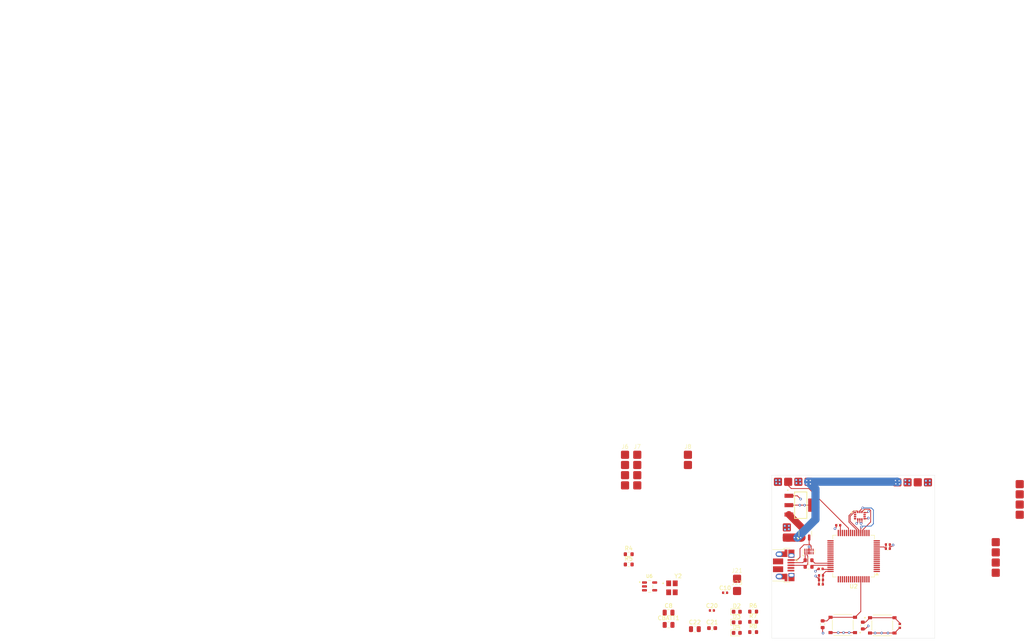
<source format=kicad_pcb>
(kicad_pcb (version 20241229) (generator "pcbnew") (generator_version "9.0")
  (layers (0 "F.Cu" signal) (4 "In1.Cu" signal) (6 "In2.Cu" signal) (2 "B.Cu" signal) (13 "F.Paste" user) (15 "B.Paste" user) (5 "F.SilkS" user "F.Silkscreen") (7 "B.SilkS" user "B.Silkscreen") (1 "F.Mask" user) (3 "B.Mask" user) (25 "Edge.Cuts" user))
  (net 0 "")
  (net 1 "GND")
  (net 2 "/IMU1/3V3")
  (net 3 "Net-(U2-VCAP_2)")
  (net 4 "Net-(U2-VCAP_1)")
  (net 5 "Net-(STM3V3-IN)")
  (net 6 "/STM32/BATT")
  (net 7 "Net-(D2-A)")
  (net 8 "Net-(D3-A)")
  (net 9 "/STM32/USB_N")
  (net 10 "/STM32/USB_P")
  (net 12 "/STM32/S1")
  (net 13 "/STM32/S2")
  (net 14 "/STM32/S3")
  (net 15 "/STM32/S4")
  (net 16 "/STM32/BOOT")
  (net 17 "Net-(U2-PA12)")
  (net 18 "Net-(U2-PA11)")
  (net 19 "Net-(U2-PC5)")
  (net 20 "/LEDs/LED1")
  (net 21 "/LEDs/LED2")
  (net 22 "/STM32/INT1")
  (net 25 "/STM32/RESET")
  (net 29 "/STM32/SWDIO")
  (net 30 "/STM32/INT2")
  (net 32 "/STM32/SWCLK")
  (net 33 "Net-(U2-PH0)")
  (net 37 "/STM32/AP_CS")
  (net 39 "/STM32/USART1_RX")
  (net 43 "/STM32/AP_SCLK")
  (net 44 "Net-(U2-PH1)")
  (net 49 "/STM32/AP_SDO")
  (net 50 "/STM32/USART1_TX")
  (net 55 "/STM32/TX_SBUS")
  (net 63 "/STM32/5V_USB1")
  (net 64 "/STM32/AP_SDI")
  (net 65 "/STM32/RX_ESP32_IN")
  (net 66 "/STM32/RX_SBUS")
  (net 71 "/STM32/RX_4")
  (net 72 "Net-(D4-A)")
  (footprint "Customs:4_SolderPad_2mm" (layer "F.Cu") (at 89.22 49.97)
    (property "Reference" "J6" (at 0 -6 0) (layer "F.SilkS") (effects (font (thickness 0.1))))
    (property "Value" "ST-LINK")
    (pad "1" smd roundrect (at 0 3.5) (size 2 2) (layers "F.Cu" "F.Mask" "F.Paste") (roundrect_rratio 0.15) (net 29 "/STM32/SWDIO"))
    (pad "2" smd roundrect (at 0 1) (size 2 2) (layers "F.Cu" "F.Mask" "F.Paste") (roundrect_rratio 0.15) (net 32 "/STM32/SWCLK"))
    (pad "3" smd roundrect (at 0 -1.5) (size 2 2) (layers "F.Cu" "F.Mask" "F.Paste") (roundrect_rratio 0.15) (net 2 "/IMU1/3V3"))
    (pad "4" smd roundrect (at 0 -4) (size 2 2) (layers "F.Cu" "F.Mask" "F.Paste") (roundrect_rratio 0.15) (net 1 "GND"))
  )
  (footprint "Customs:4_SolderPad_2mm" (layer "F.Cu") (at 130.725 52.6 90)
    (property "Reference" "J4" (hide yes))
    (property "Value" "S3")
    (pad "1" smd roundrect (at 0 3.5 90) (size 2 2) (layers "F.Cu" "F.Mask" "F.Paste") (roundrect_rratio 0.15) (net 6 "/STM32/BATT"))
    (pad "2" smd roundrect (at 0 1 90) (size 2 2) (layers "F.Cu" "F.Mask" "F.Paste") (roundrect_rratio 0.15) (net 1 "GND"))
    (pad "3" smd roundrect (at 0 -1.5 90) (size 2 2) (layers "F.Cu" "F.Mask" "F.Paste") (roundrect_rratio 0.15) (net 14 "/STM32/S3"))
    (pad "4" smd roundrect (at 0 -4 90) (size 2 2) (layers "F.Cu" "F.Mask" "F.Paste") (roundrect_rratio 0.15) (net 1 "GND"))
  )
  (footprint "Connector_USB:USB_Micro-B_Amphenol_10103594-0001LF_Horizontal" (layer "F.Cu") (at 128.135 73.1 -90)
    (property "Reference" "J1" (hide yes))
    (property "Value" "C136001" (hide yes))
    (pad "1" smd rect (at -1.325 -1.765) (size 1.65 0.4) (layers "F.Cu" "F.Mask" "F.Paste") (net 63 "/STM32/5V_USB1"))
    (pad "2" smd rect (at -0.675 -1.765) (size 1.65 0.4) (layers "F.Cu" "F.Mask" "F.Paste") (net 9 "/STM32/USB_N"))
    (pad "3" smd rect (at -0.025 -1.765) (size 1.65 0.4) (layers "F.Cu" "F.Mask" "F.Paste") (net 10 "/STM32/USB_P"))
    (pad "4" smd rect (at 0.625 -1.765) (size 1.65 0.4) (layers "F.Cu" "F.Mask" "F.Paste"))
    (pad "5" smd rect (at 1.275 -1.765) (size 1.65 0.4) (layers "F.Cu" "F.Mask" "F.Paste") (net 1 "GND"))
    (pad "6" smd rect (at -2.975 -0.565 270) (size 1.825 0.7) (layers "F.Cu" "F.Mask" "F.Paste") (net 1 "GND"))
    (pad "6" smd rect (at -2.875 -1.865 270) (size 2 1.5) (layers "F.Cu" "F.Mask" "F.Paste") (net 1 "GND"))
    (pad "6" smd rect (at -2.755 0.185 270) (size 1.35 2) (layers "F.Cu" "F.Mask" "F.Paste") (net 1 "GND"))
    (pad "6" thru_hole oval (at -2.755 1.115) (size 1.7 1.35) (drill oval 1.2 0.7) (property pad_prop_heatsink) (layers "*.Cu" "*.Mask") (net 1 "GND"))
    (pad "6" thru_hole oval (at -2.445 -1.885) (size 1.5 1.1) (drill oval 1.05 0.65) (property pad_prop_heatsink) (layers "*.Cu" "*.Mask") (net 1 "GND"))
    (pad "6" smd rect (at -0.985 1.385) (size 2.5 1.43) (layers "F.Cu" "F.Mask" "F.Paste") (net 1 "GND"))
    (pad "6" smd rect (at 0.935 1.385) (size 2.5 1.43) (layers "F.Cu" "F.Mask" "F.Paste") (net 1 "GND"))
    (pad "6" thru_hole oval (at 2.395 -1.885) (size 1.5 1.1) (drill oval 1.05 0.65) (property pad_prop_heatsink) (layers "*.Cu" "*.Mask") (net 1 "GND"))
    (pad "6" thru_hole oval (at 2.705 1.115) (size 1.7 1.35) (drill oval 1.2 0.7) (property pad_prop_heatsink) (layers "*.Cu" "*.Mask") (net 1 "GND"))
    (pad "6" smd rect (at 2.725 0.185 270) (size 1.35 2) (layers "F.Cu" "F.Mask" "F.Paste") (net 1 "GND"))
    (pad "6" smd rect (at 2.875 -1.885 270) (size 2 1.5) (layers "F.Cu" "F.Mask" "F.Paste") (net 1 "GND"))
    (pad "6" smd rect (at 2.975 -0.565 270) (size 1.825 0.7) (layers "F.Cu" "F.Mask" "F.Paste") (net 1 "GND"))
  )
  (footprint "LED_SMD:LED_0603_1608Metric" (layer "F.Cu") (at 116.625 89.645)
    (property "Reference" "D4" (at 0 -1.43 0) (layer "F.SilkS"))
    (property "Value" "C2286")
    (pad "1" smd roundrect (at -0.7875 0) (size 0.875 0.95) (layers "F.Cu" "F.Mask" "F.Paste") (net 1 "GND"))
    (pad "2" smd roundrect (at 0.7875 0) (size 0.875 0.95) (layers "F.Cu" "F.Mask" "F.Paste") (net 72 "Net-(D4-A)"))
  )
  (footprint "Capacitor_SMD:C_0402_1005Metric" (layer "F.Cu") (at 113.755 79.795)
    (property "Reference" "C10" (at 0 -1.16 0) (layer "F.SilkS"))
    (property "Value" "C49062")
    (pad "1" smd roundrect (at -0.48 0) (size 0.56 0.62) (layers "F.Cu" "F.Mask" "F.Paste") (net 1 "GND"))
    (pad "2" smd roundrect (at 0.48 0) (size 0.56 0.62) (layers "F.Cu" "F.Mask" "F.Paste") (net 2 "/IMU1/3V3"))
  )
  (footprint "Capacitor_SMD:C_0402_1005Metric" (layer "F.Cu") (at 141.495 63.25 180)
    (property "Reference" "C7" (hide yes))
    (property "Value" "C49062" (hide yes))
    (pad "1" smd roundrect (at -0.48 0 180) (size 0.56 0.62) (layers "F.Cu" "F.Mask" "F.Paste") (net 4 "Net-(U2-VCAP_1)"))
    (pad "2" smd roundrect (at 0.48 0 180) (size 0.56 0.62) (layers "F.Cu" "F.Mask" "F.Paste") (net 1 "GND"))
  )
  (footprint "Customs:4_SolderPad_2mm" (layer "F.Cu") (at 186 57.175)
    (property "Reference" "J2" (hide yes))
    (property "Value" "S1")
    (pad "1" smd roundrect (at 0 3.5) (size 2 2) (layers "F.Cu" "F.Mask" "F.Paste") (roundrect_rratio 0.15) (net 6 "/STM32/BATT"))
    (pad "2" smd roundrect (at 0 1) (size 2 2) (layers "F.Cu" "F.Mask" "F.Paste") (roundrect_rratio 0.15) (net 1 "GND"))
    (pad "3" smd roundrect (at 0 -1.5) (size 2 2) (layers "F.Cu" "F.Mask" "F.Paste") (roundrect_rratio 0.15) (net 12 "/STM32/S1"))
    (pad "4" smd roundrect (at 0 -4) (size 2 2) (layers "F.Cu" "F.Mask" "F.Paste") (roundrect_rratio 0.15) (net 1 "GND"))
  )
  (footprint "Capacitor_SMD:C_0805_2012Metric" (layer "F.Cu") (at 106.345 88.725)
    (property "Reference" "C22" (at 0 -1.68 0) (layer "F.SilkS"))
    (property "Value" "C1710")
    (pad "1" smd roundrect (at -0.95 0) (size 1 1.45) (layers "F.Cu" "F.Mask" "F.Paste") (net 2 "/IMU1/3V3"))
    (pad "2" smd roundrect (at 0.95 0) (size 1 1.45) (layers "F.Cu" "F.Mask" "F.Paste") (net 1 "GND"))
  )
  (footprint "Capacitor_SMD:C_0402_1005Metric" (layer "F.Cu") (at 137.195 73.95 180)
    (property "Reference" "C6" (hide yes))
    (property "Value" "C49062" (hide yes))
    (pad "1" smd roundrect (at -0.48 0 180) (size 0.56 0.62) (layers "F.Cu" "F.Mask" "F.Paste") (net 3 "Net-(U2-VCAP_2)"))
    (pad "2" smd roundrect (at 0.48 0 180) (size 0.56 0.62) (layers "F.Cu" "F.Mask" "F.Paste") (net 1 "GND"))
  )
  (footprint "Capacitor_SMD:C_0402_1005Metric" (layer "F.Cu") (at 137.25 77.75 180)
    (property "Reference" "C4" (hide yes))
    (property "Value" "C49062" (hide yes))
    (pad "1" smd roundrect (at -0.48 0 180) (size 0.56 0.62) (layers "F.Cu" "F.Mask" "F.Paste") (net 2 "/IMU1/3V3"))
    (pad "2" smd roundrect (at 0.48 0 180) (size 0.56 0.62) (layers "F.Cu" "F.Mask" "F.Paste") (net 1 "GND"))
  )
  (footprint "Capacitor_SMD:C_0402_1005Metric" (layer "F.Cu") (at 153.67 69)
    (property "Reference" "C5" (hide yes))
    (property "Value" "C49062" (hide yes))
    (pad "1" smd roundrect (at -0.48 0) (size 0.56 0.62) (layers "F.Cu" "F.Mask" "F.Paste") (net 2 "/IMU1/3V3"))
    (pad "2" smd roundrect (at 0.48 0) (size 0.56 0.62) (layers "F.Cu" "F.Mask" "F.Paste") (net 1 "GND"))
  )
  (footprint "Capacitor_SMD:C_0805_2012Metric" (layer "F.Cu") (at 99.895 87.685)
    (property "Reference" "CBATT1" (at 0 -1.68 0) (layer "F.SilkS"))
    (property "Value" "C1713")
    (pad "1" smd roundrect (at -0.95 0) (size 1 1.45) (layers "F.Cu" "F.Mask" "F.Paste") (net 5 "Net-(STM3V3-IN)"))
    (pad "2" smd roundrect (at 0.95 0) (size 1 1.45) (layers "F.Cu" "F.Mask" "F.Paste") (net 1 "GND"))
  )
  (footprint "Capacitor_SMD:C_0402_1005Metric" (layer "F.Cu") (at 110.525 84.155)
    (property "Reference" "C20" (at 0 -1.16 0) (layer "F.SilkS"))
    (property "Value" "C49062")
    (pad "1" smd roundrect (at -0.48 0) (size 0.56 0.62) (layers "F.Cu" "F.Mask" "F.Paste") (net 1 "GND"))
    (pad "2" smd roundrect (at 0.48 0) (size 0.56 0.62) (layers "F.Cu" "F.Mask" "F.Paste") (net 2 "/IMU1/3V3"))
  )
  (footprint "Customs:4_SolderPad_2mm" (layer "F.Cu") (at 180.125 71.4)
    (property "Reference" "J5" (hide yes))
    (property "Value" "S4")
    (pad "1" smd roundrect (at 0 3.5) (size 2 2) (layers "F.Cu" "F.Mask" "F.Paste") (roundrect_rratio 0.15) (net 6 "/STM32/BATT"))
    (pad "2" smd roundrect (at 0 1) (size 2 2) (layers "F.Cu" "F.Mask" "F.Paste") (roundrect_rratio 0.15) (net 1 "GND"))
    (pad "3" smd roundrect (at 0 -1.5) (size 2 2) (layers "F.Cu" "F.Mask" "F.Paste") (roundrect_rratio 0.15) (net 15 "/STM32/S4"))
    (pad "4" smd roundrect (at 0 -4) (size 2 2) (layers "F.Cu" "F.Mask" "F.Paste") (roundrect_rratio 0.15) (net 1 "GND"))
  )
  (footprint "Resistor_SMD:R_0603_1608Metric" (layer "F.Cu") (at 90.125 72.865)
    (property "Reference" "R5" (at 0 -1.43 0) (layer "F.SilkS"))
    (property "Value" "C15401")
    (pad "1" smd roundrect (at -0.825 0) (size 0.8 0.95) (layers "F.Cu" "F.Mask" "F.Paste") (net 63 "/STM32/5V_USB1"))
    (pad "2" smd roundrect (at 0.825 0) (size 0.8 0.95) (layers "F.Cu" "F.Mask" "F.Paste") (net 19 "Net-(U2-PC5)"))
  )
  (footprint "Resistor_SMD:R_0603_1608Metric" (layer "F.Cu") (at 134.22 71.83 180)
    (property "Reference" "R3" (hide yes))
    (property "Value" "C1203" (hide yes))
    (pad "1" smd roundrect (at -0.825 0 180) (size 0.8 0.95) (layers "F.Cu" "F.Mask" "F.Paste") (net 18 "Net-(U2-PA11)"))
    (pad "2" smd roundrect (at 0.825 0 180) (size 0.8 0.95) (layers "F.Cu" "F.Mask" "F.Paste") (net 9 "/STM32/USB_N"))
  )
  (footprint "Customs:SOT230P700X180-4N" (layer "F.Cu") (at 132.3 58.325)
    (property "Reference" "STM3V3" (hide yes))
    (property "Value" "C26537" (hide yes))
    (pad "1" smd rect (at -2.9 -2.3) (size 2.15 1) (layers "F.Cu" "F.Mask" "F.Paste") (net 1 "GND"))
    (pad "2" smd rect (at -2.9 0) (size 2.15 1) (layers "F.Cu" "F.Mask" "F.Paste") (net 2 "/IMU1/3V3"))
    (pad "3" smd rect (at -2.9 2.3) (size 2.15 1) (layers "F.Cu" "F.Mask" "F.Paste") (net 5 "Net-(STM3V3-IN)"))
    (pad "4" smd rect (at 2.9 0) (size 2.15 3.25) (layers "F.Cu" "F.Mask" "F.Paste") (net 2 "/IMU1/3V3"))
  )
  (footprint "Capacitor_SMD:C_0603_1608Metric" (layer "F.Cu") (at 110.575 88.475)
    (property "Reference" "C21" (at 0 -1.43 0) (layer "F.SilkS"))
    (property "Value" "C1531")
    (pad "1" smd roundrect (at -0.775 0) (size 0.9 0.95) (layers "F.Cu" "F.Mask" "F.Paste") (net 1 "GND"))
    (pad "2" smd roundrect (at 0.775 0) (size 0.9 0.95) (layers "F.Cu" "F.Mask" "F.Paste") (net 2 "/IMU1/3V3"))
  )
  (footprint "Resistor_SMD:R_0603_1608Metric" (layer "F.Cu") (at 120.635 86.935)
    (property "Reference" "R7" (at 0 -1.43 0) (layer "F.SilkS"))
    (property "Value" "C14676")
    (pad "1" smd roundrect (at -0.825 0) (size 0.8 0.95) (layers "F.Cu" "F.Mask" "F.Paste") (net 8 "Net-(D3-A)"))
    (pad "2" smd roundrect (at 0.825 0) (size 0.8 0.95) (layers "F.Cu" "F.Mask" "F.Paste") (net 21 "/LEDs/LED2"))
  )
  (footprint "LED_SMD:LED_0603_1608Metric" (layer "F.Cu") (at 116.625 84.465)
    (property "Reference" "D2" (at 0 -1.43 0) (layer "F.SilkS"))
    (property "Value" "C2286")
    (pad "1" smd roundrect (at -0.7875 0) (size 0.875 0.95) (layers "F.Cu" "F.Mask" "F.Paste") (net 1 "GND"))
    (pad "2" smd roundrect (at 0.7875 0) (size 0.875 0.95) (layers "F.Cu" "F.Mask" "F.Paste") (net 7 "Net-(D2-A)"))
  )
  (footprint "Customs:SW_TS-1187A-B-A-B" (layer "F.Cu") (at 142.6125 87.7 180)
    (property "Reference" "S2" (hide yes))
    (property "Value" "C318884" (hide yes))
    (pad "A" smd rect (at -3 -1.875 180) (size 1 0.75) (layers "F.Cu" "F.Mask" "F.Paste") (net 2 "/IMU1/3V3"))
    (pad "B" smd rect (at 3 -1.875 180) (size 1 0.75) (layers "F.Cu" "F.Mask" "F.Paste") (net 2 "/IMU1/3V3"))
    (pad "C" smd rect (at -3 1.875 180) (size 1 0.75) (layers "F.Cu" "F.Mask" "F.Paste") (net 16 "/STM32/BOOT"))
    (pad "D" smd rect (at 3 1.875 180) (size 1 0.75) (layers "F.Cu" "F.Mask" "F.Paste") (net 16 "/STM32/BOOT"))
  )
  (footprint "Customs:2_SolderPad_2mm" (layer "F.Cu") (at 128.9 65.275)
    (property "Reference" "J18" (hide yes))
    (property "Value" "BATTERYSTM" (hide yes))
    (pad "1" smd roundrect (at 0 1) (size 2 2) (layers "F.Cu" "F.Mask" "F.Paste") (roundrect_rratio 0.15) (net 6 "/STM32/BATT"))
    (pad "2" smd roundrect (at 0 -1.5) (size 2 2) (layers "F.Cu" "F.Mask" "F.Paste") (roundrect_rratio 0.15) (net 1 "GND"))
  )
  (footprint "Customs:SolderPad_2mm" (layer "F.Cu") (at 116.69 79.37)
    (property "Reference" "J23" (at 0 -2 0) (layer "F.SilkS") (effects (font (thickness 0.1))))
    (property "Value" "SBUS_IN")
    (pad "1" smd roundrect (at 0 0) (size 2 2) (layers "F.Cu" "F.Mask" "F.Paste") (roundrect_rratio 0.15) (net 65 "/STM32/RX_ESP32_IN"))
  )
  (footprint "Capacitor_SMD:C_0402_1005Metric" (layer "F.Cu") (at 137.275 75.55 180)
    (property "Reference" "C2" (hide yes))
    (property "Value" "C49062" (hide yes))
    (pad "1" smd roundrect (at -0.48 0 180) (size 0.56 0.62) (layers "F.Cu" "F.Mask" "F.Paste") (net 2 "/IMU1/3V3"))
    (pad "2" smd roundrect (at 0.48 0 180) (size 0.56 0.62) (layers "F.Cu" "F.Mask" "F.Paste") (net 1 "GND"))
  )
  (footprint "Resistor_SMD:R_0603_1608Metric" (layer "F.Cu") (at 134.225 73.45 180)
    (property "Reference" "R2" (hide yes))
    (property "Value" "C1203" (hide yes))
    (pad "1" smd roundrect (at -0.825 0 180) (size 0.8 0.95) (layers "F.Cu" "F.Mask" "F.Paste") (net 17 "Net-(U2-PA12)"))
    (pad "2" smd roundrect (at 0.825 0 180) (size 0.8 0.95) (layers "F.Cu" "F.Mask" "F.Paste") (net 10 "/STM32/USB_P"))
  )
  (footprint "Customs:SOT95P280X145-5N" (layer "F.Cu") (at 95.24 78.245)
    (property "Reference" "U6" (at -0.06 -2.508 0) (layer "F.SilkS") (effects (font (size 0.8 0.8))))
    (property "Value" "C7827")
    (pad "1" smd roundrect (at -1.255 -0.95) (size 1.21 0.59) (layers "F.Cu" "F.Mask" "F.Paste") (net 1 "GND"))
    (pad "2" smd roundrect (at -1.255 0) (size 1.21 0.59) (layers "F.Cu" "F.Mask" "F.Paste") (net 65 "/STM32/RX_ESP32_IN"))
    (pad "3" smd roundrect (at -1.255 0.95) (size 1.21 0.59) (layers "F.Cu" "F.Mask" "F.Paste") (net 1 "GND"))
    (pad "4" smd roundrect (at 1.255 0.95) (size 1.21 0.59) (layers "F.Cu" "F.Mask" "F.Paste") (net 71 "/STM32/RX_4"))
    (pad "5" smd roundrect (at 1.255 -0.95) (size 1.21 0.59) (layers "F.Cu" "F.Mask" "F.Paste") (net 2 "/IMU1/3V3"))
  )
  (footprint "LED_SMD:LED_0603_1608Metric" (layer "F.Cu") (at 116.625 87.055)
    (property "Reference" "D3" (at 0 -1.43 0) (layer "F.SilkS"))
    (property "Value" "C2290")
    (pad "1" smd roundrect (at -0.7875 0) (size 0.875 0.95) (layers "F.Cu" "F.Mask" "F.Paste") (net 1 "GND"))
    (pad "2" smd roundrect (at 0.7875 0) (size 0.875 0.95) (layers "F.Cu" "F.Mask" "F.Paste") (net 8 "Net-(D3-A)"))
  )
  (footprint "Customs:2_SolderPad_2mm" (layer "F.Cu") (at 104.64 47.47)
    (property "Reference" "J8" (at 0 -3.5 0) (layer "F.SilkS") (effects (font (thickness 0.1))))
    (property "Value" "SBUS")
    (pad "1" smd roundrect (at 0 1) (size 2 2) (layers "F.Cu" "F.Mask" "F.Paste") (roundrect_rratio 0.15) (net 66 "/STM32/RX_SBUS"))
    (pad "2" smd roundrect (at 0 -1.5) (size 2 2) (layers "F.Cu" "F.Mask" "F.Paste") (roundrect_rratio 0.15) (net 55 "/STM32/TX_SBUS"))
  )
  (footprint "Customs:XTAL_ABM8AIG-8.000MHZ-1Z-T" (layer "F.Cu") (at 100.72 78.595)
    (property "Reference" "Y2" (at 1.525 -2.885 0) (layer "F.SilkS"))
    (property "Value" "C5140594")
    (pad "1" smd rect (at -0.8 -1.1) (size 1.2 1.4) (layers "F.Cu" "F.Mask" "F.Paste") (net 44 "Net-(U2-PH1)"))
    (pad "2" smd rect (at -0.8 1.1) (size 1.2 1.4) (layers "F.Cu" "F.Mask" "F.Paste") (net 1 "GND"))
    (pad "3" smd rect (at 0.8 1.1) (size 1.2 1.4) (layers "F.Cu" "F.Mask" "F.Paste") (net 33 "Net-(U2-PH0)"))
    (pad "4" smd rect (at 0.8 -1.1) (size 1.2 1.4) (layers "F.Cu" "F.Mask" "F.Paste") (net 1 "GND"))
  )
  (footprint "Capacitor_SMD:C_0402_1005Metric" (layer "F.Cu") (at 156.6 87.93 90)
    (property "Reference" "C9" (hide yes))
    (property "Value" "100n" (hide yes))
    (pad "1" smd roundrect (at -0.48 0 90) (size 0.56 0.62) (layers "F.Cu" "F.Mask" "F.Paste") (net 1 "GND"))
    (pad "2" smd roundrect (at 0.48 0 90) (size 0.56 0.62) (layers "F.Cu" "F.Mask" "F.Paste") (net 25 "/STM32/RESET"))
  )
  (footprint "Resistor_SMD:R_0603_1608Metric" (layer "F.Cu") (at 137.675 87.525 -90)
    (property "Reference" "R1" (hide yes))
    (property "Value" "C15401" (hide yes))
    (pad "1" smd roundrect (at -0.825 0 270) (size 0.8 0.95) (layers "F.Cu" "F.Mask" "F.Paste") (net 16 "/STM32/BOOT"))
    (pad "2" smd roundrect (at 0.825 0 270) (size 0.8 0.95) (layers "F.Cu" "F.Mask" "F.Paste") (net 1 "GND"))
  )
  (footprint "Customs:SolderPad_2mm" (layer "F.Cu") (at 116.69 76.37)
    (property "Reference" "J21" (at 0 -2 0) (layer "F.SilkS") (effects (font (thickness 0.1))))
    (property "Value" "STM32GROUND")
    (pad "1" smd roundrect (at 0 0) (size 2 2) (layers "F.Cu" "F.Mask" "F.Paste") (roundrect_rratio 0.15) (net 1 "GND"))
  )
  (footprint "Resistor_SMD:R_0603_1608Metric" (layer "F.Cu") (at 120.635 89.445)
    (property "Reference" "R8" (at 0 -1.43 0) (layer "F.SilkS"))
    (property "Value" "C14676")
    (pad "1" smd roundrect (at -0.825 0) (size 0.8 0.95) (layers "F.Cu" "F.Mask" "F.Paste") (net 72 "Net-(D4-A)"))
    (pad "2" smd roundrect (at 0.825 0) (size 0.8 0.95) (layers "F.Cu" "F.Mask" "F.Paste") (net 2 "/IMU1/3V3"))
  )
  (footprint "Capacitor_SMD:C_0805_2012Metric" (layer "F.Cu") (at 99.895 84.675)
    (property "Reference" "C8" (at 0 -1.68 0) (layer "F.SilkS"))
    (property "Value" "C1713")
    (pad "1" smd roundrect (at -0.95 0) (size 1 1.45) (layers "F.Cu" "F.Mask" "F.Paste") (net 2 "/IMU1/3V3"))
    (pad "2" smd roundrect (at 0.95 0) (size 1 1.45) (layers "F.Cu" "F.Mask" "F.Paste") (net 1 "GND"))
  )
  (footprint "Resistor_SMD:R_0603_1608Metric" (layer "F.Cu") (at 147.525 87.85 -90)
    (property "Reference" "R9" (hide yes))
    (property "Value" "10k" (hide yes))
    (pad "1" smd roundrect (at -0.825 0 270) (size 0.8 0.95) (layers "F.Cu" "F.Mask" "F.Paste") (net 25 "/STM32/RESET"))
    (pad "2" smd roundrect (at 0.825 0 270) (size 0.8 0.95) (layers "F.Cu" "F.Mask" "F.Paste") (net 2 "/IMU1/3V3"))
  )
  (footprint "Customs:4_SolderPad_2mm" (layer "F.Cu") (at 92.22 49.97)
    (property "Reference" "J7" (at 0 -6 0) (layer "F.SilkS") (effects (font (thickness 0.1))))
    (property "Value" "UART-FLASH")
    (pad "1" smd roundrect (at 0 3.5) (size 2 2) (layers "F.Cu" "F.Mask" "F.Paste") (roundrect_rratio 0.15) (net 39 "/STM32/USART1_RX"))
    (pad "2" smd roundrect (at 0 1) (size 2 2) (layers "F.Cu" "F.Mask" "F.Paste") (roundrect_rratio 0.15) (net 50 "/STM32/USART1_TX"))
    (pad "3" smd roundrect (at 0 -1.5) (size 2 2) (layers "F.Cu" "F.Mask" "F.Paste") (roundrect_rratio 0.15) (net 2 "/IMU1/3V3"))
    (pad "4" smd roundrect (at 0 -4) (size 2 2) (layers "F.Cu" "F.Mask" "F.Paste") (roundrect_rratio 0.15) (net 1 "GND"))
  )
  (footprint "Capacitor_SMD:C_0402_1005Metric" (layer "F.Cu") (at 137.275 76.65 180)
    (property "Reference" "C1" (hide yes))
    (property "Value" "C49062" (hide yes))
    (pad "1" smd roundrect (at -0.48 0 180) (size 0.56 0.62) (layers "F.Cu" "F.Mask" "F.Paste") (net 2 "/IMU1/3V3"))
    (pad "2" smd roundrect (at 0.48 0 180) (size 0.56 0.62) (layers "F.Cu" "F.Mask" "F.Paste") (net 1 "GND"))
  )
  (footprint "Package_DFN_QFN:Diodes_UDFN-10_1.0x2.5mm_P0.5mm" (layer "F.Cu") (at 134.325 69.6875 90)
    (property "Reference" "U1" (hide yes))
    (property "Value" "D3V3XA4B10LP" (hide yes))
    (pad "1" smd rect (at -0.3875 -1) (size 0.25 0.625) (layers "F.Cu" "F.Mask" "F.Paste") (net 9 "/STM32/USB_N"))
    (pad "2" smd rect (at -0.3875 -0.5) (size 0.25 0.625) (layers "F.Cu" "F.Mask" "F.Paste") (net 10 "/STM32/USB_P"))
    (pad "3" smd rect (at -0.35 0) (size 0.45 0.7) (layers "F.Cu" "F.Mask" "F.Paste") (net 1 "GND"))
    (pad "4" smd rect (at -0.3875 0.5) (size 0.25 0.625) (layers "F.Cu" "F.Mask" "F.Paste") (net 63 "/STM32/5V_USB1"))
    (pad "5" smd rect (at -0.3875 1) (size 0.25 0.625) (layers "F.Cu" "F.Mask" "F.Paste"))
    (pad "6" smd rect (at 0.3875 1) (size 0.25 0.625) (layers "F.Cu" "F.Mask" "F.Paste"))
    (pad "7" smd rect (at 0.3875 0.5) (size 0.25 0.625) (layers "F.Cu" "F.Mask" "F.Paste") (net 63 "/STM32/5V_USB1"))
    (pad "8" smd rect (at 0.4125 0) (size 0.45 0.575) (layers "F.Cu" "F.Mask" "F.Paste") (net 1 "GND"))
    (pad "9" smd rect (at 0.3875 -0.5) (size 0.25 0.625) (layers "F.Cu" "F.Mask" "F.Paste") (net 10 "/STM32/USB_P"))
    (pad "10" smd rect (at 0.3875 -1) (size 0.25 0.625) (layers "F.Cu" "F.Mask" "F.Paste") (net 9 "/STM32/USB_N"))
  )
  (footprint "Resistor_SMD:R_0603_1608Metric" (layer "F.Cu") (at 120.635 84.425)
    (property "Reference" "R6" (at 0 -1.43 0) (layer "F.SilkS"))
    (property "Value" "C14676")
    (pad "1" smd roundrect (at -0.825 0) (size 0.8 0.95) (layers "F.Cu" "F.Mask" "F.Paste") (net 7 "Net-(D2-A)"))
    (pad "2" smd roundrect (at 0.825 0) (size 0.8 0.95) (layers "F.Cu" "F.Mask" "F.Paste") (net 20 "/LEDs/LED1"))
  )
  (footprint "Resistor_SMD:R_0603_1608Metric" (layer "F.Cu") (at 90.125 70.355)
    (property "Reference" "R4" (at 0 -1.43 0) (layer "F.SilkS"))
    (property "Value" "C15401")
    (pad "1" smd roundrect (at -0.825 0) (size 0.8 0.95) (layers "F.Cu" "F.Mask" "F.Paste") (net 19 "Net-(U2-PC5)"))
    (pad "2" smd roundrect (at 0.825 0) (size 0.8 0.95) (layers "F.Cu" "F.Mask" "F.Paste") (net 1 "GND"))
  )
  (footprint "Package_QFP:LQFP-64_10x10mm_P0.5mm" (layer "F.Cu") (at 145.275 70.825 180)
    (property "Reference" "U2" (at 0 -7.4 0) (layer "F.SilkS"))
    (property "Value" "C15742" (hide yes))
    (pad "1" smd roundrect (at -5.675 -3.75 180) (size 1.55 0.3) (layers "F.Cu" "F.Mask" "F.Paste") (net 2 "/IMU1/3V3"))
    (pad "2" smd roundrect (at -5.675 -3.25 180) (size 1.55 0.3) (layers "F.Cu" "F.Mask" "F.Paste"))
    (pad "3" smd roundrect (at -5.675 -2.75 180) (size 1.55 0.3) (layers "F.Cu" "F.Mask" "F.Paste"))
    (pad "4" smd roundrect (at -5.675 -2.25 180) (size 1.55 0.3) (layers "F.Cu" "F.Mask" "F.Paste"))
    (pad "5" smd roundrect (at -5.675 -1.75 180) (size 1.55 0.3) (layers "F.Cu" "F.Mask" "F.Paste") (net 33 "Net-(U2-PH0)"))
    (pad "6" smd roundrect (at -5.675 -1.25 180) (size 1.55 0.3) (layers "F.Cu" "F.Mask" "F.Paste") (net 44 "Net-(U2-PH1)"))
    (pad "7" smd roundrect (at -5.675 -0.75 180) (size 1.55 0.3) (layers "F.Cu" "F.Mask" "F.Paste") (net 25 "/STM32/RESET"))
    (pad "8" smd roundrect (at -5.675 -0.25 180) (size 1.55 0.3) (layers "F.Cu" "F.Mask" "F.Paste"))
    (pad "9" smd roundrect (at -5.675 0.25 180) (size 1.55 0.3) (layers "F.Cu" "F.Mask" "F.Paste"))
    (pad "10" smd roundrect (at -5.675 0.75 180) (size 1.55 0.3) (layers "F.Cu" "F.Mask" "F.Paste"))
    (pad "11" smd roundrect (at -5.675 1.25 180) (size 1.55 0.3) (layers "F.Cu" "F.Mask" "F.Paste"))
    (pad "12" smd roundrect (at -5.675 1.75 180) (size 1.55 0.3) (layers "F.Cu" "F.Mask" "F.Paste") (net 1 "GND"))
    (pad "13" smd roundrect (at -5.675 2.25 180) (size 1.55 0.3) (layers "F.Cu" "F.Mask" "F.Paste") (net 2 "/IMU1/3V3"))
    (pad "14" smd roundrect (at -5.675 2.75 180) (size 1.55 0.3) (layers "F.Cu" "F.Mask" "F.Paste"))
    (pad "15" smd roundrect (at -5.675 3.25 180) (size 1.55 0.3) (layers "F.Cu" "F.Mask" "F.Paste") (net 71 "/STM32/RX_4"))
    (pad "16" smd roundrect (at -5.675 3.75 180) (size 1.55 0.3) (layers "F.Cu" "F.Mask" "F.Paste") (net 15 "/STM32/S4"))
    (pad "17" smd roundrect (at -3.75 5.675 180) (size 0.3 1.55) (layers "F.Cu" "F.Mask" "F.Paste") (net 12 "/STM32/S1"))
    (pad "18" smd roundrect (at -3.25 5.675 180) (size 0.3 1.55) (layers "F.Cu" "F.Mask" "F.Paste") (net 1 "GND"))
    (pad "19" smd roundrect (at -2.75 5.675 180) (size 0.3 1.55) (layers "F.Cu" "F.Mask" "F.Paste") (net 2 "/IMU1/3V3"))
    (pad "20" smd roundrect (at -2.25 5.675 180) (size 0.3 1.55) (layers "F.Cu" "F.Mask" "F.Paste") (net 37 "/STM32/AP_CS"))
    (pad "21" smd roundrect (at -1.75 5.675 180) (size 0.3 1.55) (layers "F.Cu" "F.Mask" "F.Paste") (net 43 "/STM32/AP_SCLK"))
    (pad "22" smd roundrect (at -1.25 5.675 180) (size 0.3 1.55) (layers "F.Cu" "F.Mask" "F.Paste") (net 49 "/STM32/AP_SDO"))
    (pad "23" smd roundrect (at -0.75 5.675 180) (size 0.3 1.55) (layers "F.Cu" "F.Mask" "F.Paste") (net 64 "/STM32/AP_SDI"))
    (pad "24" smd roundrect (at -0.25 5.675 180) (size 0.3 1.55) (layers "F.Cu" "F.Mask" "F.Paste") (net 22 "/STM32/INT1"))
    (pad "25" smd roundrect (at 0.25 5.675 180) (size 0.3 1.55) (layers "F.Cu" "F.Mask" "F.Paste") (net 19 "Net-(U2-PC5)"))
    (pad "26" smd roundrect (at 0.75 5.675 180) (size 0.3 1.55) (layers "F.Cu" "F.Mask" "F.Paste") (net 13 "/STM32/S2"))
    (pad "27" smd roundrect (at 1.25 5.675 180) (size 0.3 1.55) (layers "F.Cu" "F.Mask" "F.Paste") (net 14 "/STM32/S3"))
    (pad "28" smd roundrect (at 1.75 5.675 180) (size 0.3 1.55) (layers "F.Cu" "F.Mask" "F.Paste") (net 30 "/STM32/INT2"))
    (pad "29" smd roundrect (at 2.25 5.675 180) (size 0.3 1.55) (layers "F.Cu" "F.Mask" "F.Paste"))
    (pad "30" smd roundrect (at 2.75 5.675 180) (size 0.3 1.55) (layers "F.Cu" "F.Mask" "F.Paste"))
    (pad "31" smd roundrect (at 3.25 5.675 180) (size 0.3 1.55) (layers "F.Cu" "F.Mask" "F.Paste") (net 4 "Net-(U2-VCAP_1)"))
    (pad "32" smd roundrect (at 3.75 5.675 180) (size 0.3 1.55) (layers "F.Cu" "F.Mask" "F.Paste") (net 2 "/IMU1/3V3"))
    (pad "33" smd roundrect (at 5.675 3.75 180) (size 1.55 0.3) (layers "F.Cu" "F.Mask" "F.Paste"))
    (pad "34" smd roundrect (at 5.675 3.25 180) (size 1.55 0.3) (layers "F.Cu" "F.Mask" "F.Paste"))
    (pad "35" smd roundrect (at 5.675 2.75 180) (size 1.55 0.3) (layers "F.Cu" "F.Mask" "F.Paste"))
    (pad "36" smd roundrect (at 5.675 2.25 180) (size 1.55 0.3) (layers "F.Cu" "F.Mask" "F.Paste"))
    (pad "37" smd roundrect (at 5.675 1.75 180) (size 1.55 0.3) (layers "F.Cu" "F.Mask" "F.Paste"))
    (pad "38" smd roundrect (at 5.675 1.25 180) (size 1.55 0.3) (layers "F.Cu" "F.Mask" "F.Paste"))
    (pad "39" smd roundrect (at 5.675 0.75 180) (size 1.55 0.3) (layers "F.Cu" "F.Mask" "F.Paste"))
    (pad "40" smd roundrect (at 5.675 0.25 180) (size 1.55 0.3) (layers "F.Cu" "F.Mask" "F.Paste"))
    (pad "41" smd roundrect (at 5.675 -0.25 180) (size 1.55 0.3) (layers "F.Cu" "F.Mask" "F.Paste"))
    (pad "42" smd roundrect (at 5.675 -0.75 180) (size 1.55 0.3) (layers "F.Cu" "F.Mask" "F.Paste") (net 50 "/STM32/USART1_TX"))
    (pad "43" smd roundrect (at 5.675 -1.25 180) (size 1.55 0.3) (layers "F.Cu" "F.Mask" "F.Paste") (net 39 "/STM32/USART1_RX"))
    (pad "44" smd roundrect (at 5.675 -1.75 180) (size 1.55 0.3) (layers "F.Cu" "F.Mask" "F.Paste") (net 18 "Net-(U2-PA11)"))
    (pad "45" smd roundrect (at 5.675 -2.25 180) (size 1.55 0.3) (layers "F.Cu" "F.Mask" "F.Paste") (net 17 "Net-(U2-PA12)"))
    (pad "46" smd roundrect (at 5.675 -2.75 180) (size 1.55 0.3) (layers "F.Cu" "F.Mask" "F.Paste") (net 29 "/STM32/SWDIO"))
    (pad "47" smd roundrect (at 5.675 -3.25 180) (size 1.55 0.3) (layers "F.Cu" "F.Mask" "F.Paste") (net 3 "Net-(U2-VCAP_2)"))
    (pad "48" smd roundrect (at 5.675 -3.75 180) (size 1.55 0.3) (layers "F.Cu" "F.Mask" "F.Paste") (net 2 "/IMU1/3V3"))
    (pad "49" smd roundrect (at 3.75 -5.675 180) (size 0.3 1.55) (layers "F.Cu" "F.Mask" "F.Paste") (net 32 "/STM32/SWCLK"))
    (pad "50" smd roundrect (at 3.25 -5.675 180) (size 0.3 1.55) (layers "F.Cu" "F.Mask" "F.Paste"))
    (pad "51" smd roundrect (at 2.75 -5.675 180) (size 0.3 1.55) (layers "F.Cu" "F.Mask" "F.Paste"))
    (pad "52" smd roundrect (at 2.25 -5.675 180) (size 0.3 1.55) (layers "F.Cu" "F.Mask" "F.Paste"))
    (pad "53" smd roundrect (at 1.75 -5.675 180) (size 0.3 1.55) (layers "F.Cu" "F.Mask" "F.Paste") (net 55 "/STM32/TX_SBUS"))
    (pad "54" smd roundrect (at 1.25 -5.675 180) (size 0.3 1.55) (layers "F.Cu" "F.Mask" "F.Paste") (net 66 "/STM32/RX_SBUS"))
    (pad "55" smd roundrect (at 0.75 -5.675 180) (size 0.3 1.55) (layers "F.Cu" "F.Mask" "F.Paste"))
    (pad "56" smd roundrect (at 0.25 -5.675 180) (size 0.3 1.55) (layers "F.Cu" "F.Mask" "F.Paste") (net 20 "/LEDs/LED1"))
    (pad "57" smd roundrect (at -0.25 -5.675 180) (size 0.3 1.55) (layers "F.Cu" "F.Mask" "F.Paste") (net 21 "/LEDs/LED2"))
    (pad "58" smd roundrect (at -0.75 -5.675 180) (size 0.3 1.55) (layers "F.Cu" "F.Mask" "F.Paste"))
    (pad "59" smd roundrect (at -1.25 -5.675 180) (size 0.3 1.55) (layers "F.Cu" "F.Mask" "F.Paste"))
    (pad "60" smd roundrect (at -1.75 -5.675 180) (size 0.3 1.55) (layers "F.Cu" "F.Mask" "F.Paste") (net 16 "/STM32/BOOT"))
    (pad "61" smd roundrect (at -2.25 -5.675 180) (size 0.3 1.55) (layers "F.Cu" "F.Mask" "F.Paste"))
    (pad "62" smd roundrect (at -2.75 -5.675 180) (size 0.3 1.55) (layers "F.Cu" "F.Mask" "F.Paste"))
    (pad "63" smd roundrect (at -3.25 -5.675 180) (size 0.3 1.55) (layers "F.Cu" "F.Mask" "F.Paste") (net 1 "GND"))
    (pad "64" smd roundrect (at -3.75 -5.675 180) (size 0.3 1.55) (layers "F.Cu" "F.Mask" "F.Paste") (net 2 "/IMU1/3V3"))
  )
  (footprint "Customs:PQFN50P300X250X97-14N" (layer "F.Cu") (at 146.8 60.9)
    (property "Reference" "U4" (hide yes))
    (property "Value" "C1850418" (hide yes))
    (pad "1" smd roundrect (at -1.165 -0.75) (size 0.59 0.35) (layers "F.Cu" "F.Paste") (net 49 "/STM32/AP_SDO"))
    (pad "2" smd roundrect (at -1.165 -0.25) (size 0.59 0.35) (layers "F.Cu" "F.Paste"))
    (pad "3" smd roundrect (at -1.165 0.25) (size 0.59 0.35) (layers "F.Cu" "F.Paste"))
    (pad "4" smd roundrect (at -1.165 0.75) (size 0.59 0.35) (layers "F.Cu" "F.Paste") (net 22 "/STM32/INT1"))
    (pad "5" smd roundrect (at -0.5 0.915) (size 0.35 0.59) (layers "F.Cu" "F.Paste") (net 2 "/IMU1/3V3"))
    (pad "6" smd roundrect (at 0 0.915) (size 0.35 0.59) (layers "F.Cu" "F.Paste") (net 1 "GND"))
    (pad "7" smd roundrect (at 0.5 0.915) (size 0.35 0.59) (layers "F.Cu" "F.Paste") (net 1 "GND"))
    (pad "8" smd roundrect (at 1.165 0.75) (size 0.59 0.35) (layers "F.Cu" "F.Paste") (net 2 "/IMU1/3V3"))
    (pad "9" smd roundrect (at 1.165 0.25) (size 0.59 0.35) (layers "F.Cu" "F.Paste") (net 30 "/STM32/INT2"))
    (pad "10" smd roundrect (at 1.165 -0.25) (size 0.59 0.35) (layers "F.Cu" "F.Paste"))
    (pad "11" smd roundrect (at 1.165 -0.75) (size 0.59 0.35) (layers "F.Cu" "F.Paste") (net 1 "GND"))
    (pad "12" smd roundrect (at 0.5 -0.915) (size 0.35 0.59) (layers "F.Cu" "F.Paste") (net 37 "/STM32/AP_CS"))
    (pad "13" smd roundrect (at 0 -0.915) (size 0.35 0.59) (layers "F.Cu" "F.Paste") (net 43 "/STM32/AP_SCLK"))
    (pad "14" smd roundrect (at -0.5 -0.915) (size 0.35 0.59) (layers "F.Cu" "F.Paste") (net 64 "/STM32/AP_SDI"))
  )
  (footprint "Customs:SW_TS-1187A-B-A-B" (layer "F.Cu") (at 152.3 87.8)
    (property "Reference" "S1" (hide yes))
    (property "Value" "C318884" (hide yes))
    (pad "A" smd rect (at -3 -1.875) (size 1 0.75) (layers "F.Cu" "F.Mask" "F.Paste") (net 25 "/STM32/RESET"))
    (pad "B" smd rect (at 3 -1.875) (size 1 0.75) (layers "F.Cu" "F.Mask" "F.Paste") (net 25 "/STM32/RESET"))
    (pad "C" smd rect (at -3 1.875) (size 1 0.75) (layers "F.Cu" "F.Mask" "F.Paste") (net 1 "GND"))
    (pad "D" smd rect (at 3 1.875) (size 1 0.75) (layers "F.Cu" "F.Mask" "F.Paste") (net 1 "GND"))
  )
  (footprint "Package_TO_SOT_SMD:SOT-23" (layer "F.Cu") (at 133.425 65.325 90)
    (property "Reference" "D1" (hide yes))
    (property "Value" "C2135" (hide yes))
    (pad "1" smd roundrect (at -0.9375 -0.95 90) (size 1.475 0.6) (layers "F.Cu" "F.Mask" "F.Paste") (net 6 "/STM32/BATT"))
    (pad "2" smd roundrect (at -0.9375 0.95 90) (size 1.475 0.6) (layers "F.Cu" "F.Mask" "F.Paste") (net 63 "/STM32/5V_USB1"))
    (pad "3" smd roundrect (at 0.9375 0 90) (size 1.475 0.6) (layers "F.Cu" "F.Mask" "F.Paste") (net 5 "Net-(STM3V3-IN)"))
  )
  (footprint "Customs:4_SolderPad_2mm" (layer "F.Cu") (at 159.5 52.725 -90)
    (property "Reference" "J3" (hide yes))
    (property "Value" "S2")
    (pad "1" smd roundrect (at 0 3.5 270) (size 2 2) (layers "F.Cu" "F.Mask" "F.Paste") (roundrect_rratio 0.15) (net 6 "/STM32/BATT"))
    (pad "2" smd roundrect (at 0 1 270) (size 2 2) (layers "F.Cu" "F.Mask" "F.Paste") (roundrect_rratio 0.15) (net 1 "GND"))
    (pad "3" smd roundrect (at 0 -1.5 270) (size 2 2) (layers "F.Cu" "F.Mask" "F.Paste") (roundrect_rratio 0.15) (net 13 "/STM32/S2"))
    (pad "4" smd roundrect (at 0 -4 270) (size 2 2) (layers "F.Cu" "F.Mask" "F.Paste") (roundrect_rratio 0.15) (net 1 "GND"))
  )
  (footprint "Capacitor_SMD:C_0402_1005Metric" (layer "F.Cu") (at 153.675 67.975)
    (property "Reference" "C3" (hide yes))
    (property "Value" "C49062" (hide yes))
    (pad "1" smd roundrect (at -0.48 0) (size 0.56 0.62) (layers "F.Cu" "F.Mask" "F.Paste") (net 2 "/IMU1/3V3"))
    (pad "2" smd roundrect (at 0.48 0) (size 0.56 0.62) (layers "F.Cu" "F.Mask" "F.Paste") (net 1 "GND"))
  )
  (gr_rect (start 125.195 50.95) (end 165.195 90.95) (stroke (width 0.05)) (fill no) (layer "Edge.Cuts"))
  (segment (start 156.565 88.41) (end 155.3 89.675) (width 0.2) (layer "F.Cu") (net 1))
  (segment (start 154.55 68.5) (end 154.95 68.1) (width 0.2) (layer "F.Cu") (net 1))
  (segment (start 146.8 62.525) (end 147.1 62.825) (width 0.2) (layer "F.Cu") (net 1))
  (segment (start 148.635 60.15) (end 148.925 59.86) (width 0.2) (layer "F.Cu") (net 1))
  (segment (start 136.45 76.175) (end 135.975 75.7) (width 0.2) (layer "F.Cu") (net 1))
  (segment (start 153.7 89.675) (end 152.15 89.675) (width 0.2) (layer "F.Cu") (net 1))
  (segment (start 147.1 62.825) (end 147.3 62.625) (width 0.2) (layer "F.Cu") (net 1))
  (segment (start 134.325 70.0375) (end 134.325 69.275) (width 0.2) (layer "F.Cu") (net 1))
  (segment (start 136.795 76.65) (end 136.795 76.175) (width 0.2) (layer "F.Cu") (net 1))
  (segment (start 131.475 56.025) (end 132.275 56.825) (width 0.2) (layer "F.Cu") (net 1))
  (segment (start 136.795 76.175) (end 136.795 75.55) (width 0.2) (layer "F.Cu") (net 1))
  (segment (start 147.3 62.625) (end 147.3 61.815) (width 0.2) (layer "F.Cu") (net 1))
  (segment (start 134.325 69.275) (end 134.325 68.575) (width 0.2) (layer "F.Cu") (net 1))
  (segment (start 134.325 68.575) (end 134.35 68.55) (width 0.2) (layer "F.Cu") (net 1))
  (segment (start 136.715 73.95) (end 136.5 73.95) (width 0.2) (layer "F.Cu") (net 1))
  (segment (start 136.77 77.75) (end 136.77 76.675) (width 0.2) (layer "F.Cu") (net 1))
  (segment (start 154.15 68.5) (end 154.15 67.98) (width 0.2) (layer "F.Cu") (net 1))
  (segment (start 141.015 63.76) (end 140.7 64.075) (width 0.2) (layer "F.Cu") (net 1))
  (segment (start 150.55 89.675) (end 149.3 89.675) (width 0.2) (layer "F.Cu") (net 1))
  (segment (start 152.15 89.675) (end 150.55 89.675) (width 0.2) (layer "F.Cu") (net 1))
  (segment (start 154.15 68.5) (end 154.55 68.5) (width 0.2) (layer "F.Cu") (net 1))
  (segment (start 137.675 89.6) (end 137.775 89.7) (width 0.2) (layer "F.Cu") (net 1))
  (segment (start 146.8 61.815) (end 146.8 62.525) (width 0.2) (layer "F.Cu") (net 1))
  (segment (start 136.795 76.175) (end 136.45 76.175) (width 0.2) (layer "F.Cu") (net 1))
  (segment (start 137.675 88.35) (end 137.675 89.6) (width 0.2) (layer "F.Cu") (net 1))
  (segment (start 147.965 60.15) (end 148.635 60.15) (width 0.2) (layer "F.Cu") (net 1))
  (segment (start 156.6 88.41) (end 156.565 88.41) (width 0.2) (layer "F.Cu") (net 1))
  (segment (start 155.3 89.675) (end 153.7 89.675) (width 0.2) (layer "F.Cu") (net 1))
  (segment (start 154.15 69) (end 154.15 68.5) (width 0.2) (layer "F.Cu") (net 1))
  (segment (start 136.77 76.675) (end 136.795 76.65) (width 0.2) (layer "F.Cu") (net 1))
  (segment (start 136.5 73.95) (end 135.925 74.525) (width 0.2) (layer "F.Cu") (net 1))
  (segment (start 154.15 67.98) (end 154.155 67.975) (width 0.2) (layer "F.Cu") (net 1))
  (segment (start 141.015 63.25) (end 141.015 63.76) (width 0.2) (layer "F.Cu") (net 1))
  (segment (start 129.4 56.025) (end 131.475 56.025) (width 0.2) (layer "F.Cu") (net 1))
  (via (at 129.4 63.4) (size 0.6) (drill 0.3) (layers "F.Cu" "B.Cu") (net 1))
  (via (at 147.1 62.825) (size 0.6) (drill 0.3) (layers "F.Cu" "B.Cu") (net 1))
  (via (at 131.2 52.15) (size 0.6) (drill 0.3) (layers "F.Cu" "B.Cu") (net 1))
  (via (at 128.4 63.4) (size 0.6) (drill 0.3) (layers "F.Cu" "B.Cu") (net 1))
  (via (at 157.975 53.075) (size 0.6) (drill 0.3) (layers "F.Cu" "B.Cu") (net 1))
  (via (at 129.375 64.2) (size 0.6) (drill 0.3) (layers "F.Cu" "B.Cu") (net 1))
  (via (at 157.975 52.25) (size 0.6) (drill 0.3) (layers "F.Cu" "B.Cu") (net 1))
  (via (at 148.925 59.86) (size 0.6) (drill 0.3) (layers "F.Cu" "B.Cu") (net 1))
  (via (at 127.125 53.025) (size 0.6) (drill 0.3) (layers "F.Cu" "B.Cu") (net 1))
  (via (at 128.45 64.325) (size 0.6) (drill 0.3) (layers "F.Cu" "B.Cu") (net 1))
  (via (at 153.7 89.675) (size 0.6) (drill 0.3) (layers "F.Cu" "B.Cu") (net 1))
  (via (at 163.95 52.325) (size 0.6) (drill 0.3) (layers "F.Cu" "B.Cu") (net 1))
  (via (at 154.95 68.1) (size 0.6) (drill 0.3) (layers "F.Cu" "B.Cu") (net 1))
  (via (at 126.25 52.2) (size 0.6) (drill 0.3) (layers "F.Cu" "B.Cu") (net 1))
  (via (at 127.1 52.2) (size 0.6) (drill 0.3) (layers "F.Cu" "B.Cu") (net 1))
  (via (at 135.975 75.7) (size 0.6) (drill 0.3) (layers "F.Cu" "B.Cu") (net 1))
  (via (at 158.925 52.325) (size 0.6) (drill 0.3) (layers "F.Cu" "B.Cu") (net 1))
  (via (at 137.775 89.7) (size 0.6) (drill 0.3) (layers "F.Cu" "B.Cu") (net 1))
  (via (at 135.925 74.525) (size 0.6) (drill 0.3) (layers "F.Cu" "B.Cu") (net 1))
  (via (at 132.125 52.175) (size 0.6) (drill 0.3) (layers "F.Cu" "B.Cu") (net 1))
  (via (at 126.3 52.95) (size 0.6) (drill 0.3) (layers "F.Cu" "B.Cu") (net 1))
  (via (at 134.35 68.55) (size 0.6) (drill 0.3) (layers "F.Cu" "B.Cu") (net 1))
  (via (at 132.2 52.975) (size 0.6) (drill 0.3) (layers "F.Cu" "B.Cu") (net 1))
  (via (at 163 52.35) (size 0.6) (drill 0.3) (layers "F.Cu" "B.Cu") (net 1))
  (via (at 163 53.225) (size 0.6) (drill 0.3) (layers "F.Cu" "B.Cu") (net 1))
  (via (at 131.25 52.925) (size 0.6) (drill 0.3) (layers "F.Cu" "B.Cu") (net 1))
  (via (at 132.275 56.825) (size 0.6) (drill 0.3) (layers "F.Cu" "B.Cu") (net 1))
  (via (at 163.925 53.125) (size 0.6) (drill 0.3) (layers "F.Cu" "B.Cu") (net 1))
  (via (at 150.55 89.675) (size 0.6) (drill 0.3) (layers "F.Cu" "B.Cu") (net 1))
  (via (at 140.7 64.075) (size 0.6) (drill 0.3) (layers "F.Cu" "B.Cu") (net 1))
  (via (at 152.15 89.675) (size 0.6) (drill 0.3) (layers "F.Cu" "B.Cu") (net 1))
  (via (at 158.875 53.175) (size 0.6) (drill 0.3) (layers "F.Cu" "B.Cu") (net 1))
  (segment (start 153.19 67.98) (end 153.195 67.975) (width 0.2) (layer "F.Cu") (net 2))
  (segment (start 137.73 77.75) (end 137.73 76.675) (width 0.2) (layer "F.Cu") (net 2))
  (segment (start 146.3 62.525) (end 146.025 62.8) (width 0.2) (layer "F.Cu") (net 2))
  (segment (start 147.965 61.65) (end 148.71 61.65) (width 0.2) (layer "F.Cu") (net 2))
  (segment (start 137.73 76.675) (end 137.755 76.65) (width 0.2) (layer "F.Cu") (net 2))
  (segment (start 138.45 74.575) (end 139.6 74.575) (width 0.2) (layer "F.Cu") (net 2))
  (segment (start 137.755 75.55) (end 137.755 75.27) (width 0.2) (layer "F.Cu") (net 2))
  (segment (start 137.755 76.65) (end 137.755 75.55) (width 0.2) (layer "F.Cu") (net 2))
  (segment (start 141.5 89.575) (end 139.6125 89.575) (width 0.2) (layer "F.Cu") (net 2))
  (segment (start 137.755 75.27) (end 138.45 74.575) (width 0.2) (layer "F.Cu") (net 2))
  (segment (start 129.4 58.325) (end 132.075 58.325) (width 0.2) (layer "F.Cu") (net 2))
  (segment (start 153.19 69) (end 152.765 68.575) (width 0.2) (layer "F.Cu") (net 2))
  (segment (start 148.71 61.65) (end 148.875 61.485) (width 0.2) (layer "F.Cu") (net 2))
  (segment (start 152.765 68.575) (end 150.95 68.575) (width 0.2) (layer "F.Cu") (net 2))
  (segment (start 133.25 58.325) (end 135.2 58.325) (width 0.2) (layer "F.Cu") (net 2))
  (segment (start 144.175 89.575) (end 142.8 89.575) (width 0.2) (layer "F.Cu") (net 2))
  (segment (start 132.075 58.325) (end 133.25 58.325) (width 0.2) (layer "F.Cu") (net 2))
  (segment (start 145.6125 89.575) (end 144.175 89.575) (width 0.2) (layer "F.Cu") (net 2))
  (segment (start 147.525 88.675) (end 148.125 88.675) (width 0.2) (layer "F.Cu") (net 2))
  (segment (start 146.3 61.815) (end 146.3 62.525) (width 0.2) (layer "F.Cu") (net 2))
  (segment (start 142.8 89.575) (end 141.5 89.575) (width 0.2) (layer "F.Cu") (net 2))
  (segment (start 153.19 69) (end 153.19 67.98) (width 0.2) (layer "F.Cu") (net 2))
  (segment (start 148.125 88.675) (end 148.85 87.95) (width 0.2) (layer "F.Cu") (net 2))
  (via (at 133.25 58.325) (size 0.6) (drill 0.3) (layers "F.Cu" "B.Cu") (net 2))
  (via (at 146.025 62.8) (size 0.6) (drill 0.3) (layers "F.Cu" "B.Cu") (net 2))
  (via (at 148.85 87.95) (size 0.6) (drill 0.3) (layers "F.Cu" "B.Cu") (net 2))
  (via (at 142.8 89.575) (size 0.6) (drill 0.3) (layers "F.Cu" "B.Cu") (net 2))
  (via (at 144.175 89.575) (size 0.6) (drill 0.3) (layers "F.Cu" "B.Cu") (net 2))
  (via (at 132.075 58.325) (size 0.6) (drill 0.3) (layers "F.Cu" "B.Cu") (net 2))
  (via (at 148.875 61.485) (size 0.6) (drill 0.3) (layers "F.Cu" "B.Cu") (net 2))
  (via (at 141.5 89.575) (size 0.6) (drill 0.3) (layers "F.Cu" "B.Cu") (net 2))
  (segment (start 137.675 73.95) (end 137.8 74.075) (width 0.2) (layer "F.Cu") (net 3))
  (segment (start 137.8 74.075) (end 139.6 74.075) (width 0.2) (layer "F.Cu") (net 3))
  (segment (start 142.025 65.15) (end 142.025 63.3) (width 0.2) (layer "F.Cu") (net 4))
  (segment (start 142.025 63.3) (end 141.975 63.25) (width 0.2) (layer "F.Cu") (net 4))
  (segment (start 133.1625 64.3875) (end 129.4 60.625) (width 1.7) (layer "F.Cu") (net 5))
  (segment (start 133.425 64.3875) (end 133.1625 64.3875) (width 1.7) (layer "F.Cu") (net 5))
  (segment (start 132.4625 66.275) (end 132.475 66.2625) (width 2) (layer "F.Cu") (net 6))
  (segment (start 128.9 66.275) (end 130.75 66.275) (width 2) (layer "F.Cu") (net 6))
  (segment (start 131.475 66.275) (end 132.275 66.275) (width 2) (layer "F.Cu") (net 6))
  (segment (start 130.75 66.275) (end 131.475 66.275) (width 2) (layer "F.Cu") (net 6))
  (segment (start 132.275 66.275) (end 132.4625 66.275) (width 2) (layer "F.Cu") (net 6))
  (via (at 134.675 53.1) (size 0.6) (drill 0.3) (layers "F.Cu" "B.Cu") (net 6))
  (via (at 133.775 52.275) (size 0.6) (drill 0.3) (layers "F.Cu" "B.Cu") (net 6))
  (via (at 155.625 53.075) (size 0.6) (drill 0.3) (layers "F.Cu" "B.Cu") (net 6))
  (via (at 132.3 66.275) (size 0.6) (drill 0.3) (layers "F.Cu" "B.Cu") (net 6))
  (via (at 130.75 66.275) (size 0.6) (drill 0.3) (layers "F.Cu" "B.Cu") (net 6))
  (via (at 133.75 53.125) (size 0.6) (drill 0.3) (layers "F.Cu" "B.Cu") (net 6))
  (via (at 156.425 52.35) (size 0.6) (drill 0.3) (layers "F.Cu" "B.Cu") (net 6))
  (via (at 131.475 66.275) (size 0.6) (drill 0.3) (layers "F.Cu" "B.Cu") (net 6))
  (via (at 134.65 52.275) (size 0.6) (drill 0.3) (layers "F.Cu" "B.Cu") (net 6))
  (via (at 156.5 53.125) (size 0.6) (drill 0.3) (layers "F.Cu" "B.Cu") (net 6))
  (via (at 155.525 52.275) (size 0.6) (drill 0.3) (layers "F.Cu" "B.Cu") (net 6))
  (segment (start 135.925 61.825) (end 135.925 58.9) (width 2) (layer "B.Cu") (net 6))
  (segment (start 135.925 55.15) (end 135.925 54.375) (width 2) (layer "B.Cu") (net 6))
  (segment (start 135.925 58.9) (end 135.925 55.15) (width 2) (layer "B.Cu") (net 6))
  (segment (start 155.95 52.575) (end 156.05 52.675) (width 2) (layer "B.Cu") (net 6))
  (segment (start 131.475 66.275) (end 135.925 61.825) (width 2) (layer "B.Cu") (net 6))
  (segment (start 135.925 54.375) (end 134.125 52.575) (width 2) (layer "B.Cu") (net 6))
  (segment (start 134.125 52.575) (end 155.95 52.575) (width 2) (layer "B.Cu") (net 6))
  (segment (start 133.395 71.83) (end 133.395 70.145) (width 0.2) (layer "F.Cu") (net 9))
  (segment (start 132.8 72.425) (end 129.9 72.425) (width 0.2) (layer "F.Cu") (net 9))
  (segment (start 133.395 71.83) (end 132.8 72.425) (width 0.2) (layer "F.Cu") (net 9))
  (segment (start 133.395 70.145) (end 133.325 70.075) (width 0.2) (layer "F.Cu") (net 9))
  (segment (start 133.325 70.075) (end 133.325 69.3) (width 0.2) (layer "F.Cu") (net 9))
  (segment (start 133.4 73.45) (end 133.025 73.075) (width 0.2) (layer "F.Cu") (net 10))
  (segment (start 134.023 72.827) (end 134.023 70.7665) (width 0.2) (layer "F.Cu") (net 10))
  (segment (start 133.025 73.075) (end 129.9 73.075) (width 0.2) (layer "F.Cu") (net 10))
  (segment (start 133.4 73.45) (end 134.023 72.827) (width 0.2) (layer "F.Cu") (net 10))
  (segment (start 133.825 70.5685) (end 133.825 70.075) (width 0.2) (layer "F.Cu") (net 10))
  (segment (start 134.023 70.7665) (end 133.825 70.5685) (width 0.2) (layer "F.Cu") (net 10))
  (segment (start 133.825 70.075) (end 133.825 69.3) (width 0.2) (layer "F.Cu") (net 10))
  (segment (start 144.525 65.15) (end 144.525 64.375001) (width 0.2) (layer "F.Cu") (net 13))
  (segment (start 144.025 65.15) (end 144.025 63.994) (width 0.2) (layer "F.Cu") (net 14))
  (segment (start 129.225 53.5) (end 129.225 52.6) (width 0.2) (layer "F.Cu") (net 14))
  (segment (start 129.975 54.25) (end 129.225 53.5) (width 0.2) (layer "F.Cu") (net 14))
  (segment (start 134.281 54.25) (end 129.975 54.25) (width 0.2) (layer "F.Cu") (net 14))
  (segment (start 144.025 63.994) (end 134.281 54.25) (width 0.2) (layer "F.Cu") (net 14))
  (segment (start 139.6125 85.825) (end 145.6125 85.825) (width 0.2) (layer "F.Cu") (net 16))
  (segment (start 145.6125 85.825) (end 147.025 84.4125) (width 0.2) (layer "F.Cu") (net 16))
  (segment (start 138.7375 86.7) (end 139.6125 85.825) (width 0.2) (layer "F.Cu") (net 16))
  (segment (start 147.025 84.4125) (end 147.025 76.5) (width 0.2) (layer "F.Cu") (net 16))
  (segment (start 137.675 86.7) (end 138.7375 86.7) (width 0.2) (layer "F.Cu") (net 16))
  (segment (start 135.05 73.45) (end 135.425 73.075) (width 0.2) (layer "F.Cu") (net 17))
  (segment (start 135.425 73.075) (end 139.6 73.075) (width 0.2) (layer "F.Cu") (net 17))
  (segment (start 135.79 72.575) (end 139.6 72.575) (width 0.2) (layer "F.Cu") (net 18))
  (segment (start 135.045 71.83) (end 135.79 72.575) (width 0.2) (layer "F.Cu") (net 18))
  (segment (start 149.3 85.925) (end 155.3 85.925) (width 0.2) (layer "F.Cu") (net 25))
  (segment (start 147.525 87.025) (end 148.2 87.025) (width 0.2) (layer "F.Cu") (net 25))
  (segment (start 148.2 87.025) (end 149.3 85.925) (width 0.2) (layer "F.Cu") (net 25))
  (segment (start 156.6 87.45) (end 156.6 87.225) (width 0.2) (layer "F.Cu") (net 25))
  (segment (start 156.6 87.225) (end 155.3 85.925) (width 0.2) (layer "F.Cu") (net 25))
  (segment (start 147.3 59.985) (end 147.953 59.332) (width 0.2) (layer "F.Cu") (net 37))
  (segment (start 149.453 62.447001) (end 147.525 64.375001) (width 0.2) (layer "F.Cu") (net 37))
  (segment (start 147.525 64.375001) (end 147.525 65.15) (width 0.2) (layer "F.Cu") (net 37))
  (segment (start 149.143705 59.332) (end 149.453 59.641295) (width 0.2) (layer "F.Cu") (net 37))
  (segment (start 149.453 59.641295) (end 149.453 62.447001) (width 0.2) (layer "F.Cu") (net 37))
  (segment (start 147.953 59.332) (end 149.143705 59.332) (width 0.2) (layer "F.Cu") (net 37))
  (segment (start 146.8 59.7) (end 147.5 59) (width 0.2) (layer "F.Cu") (net 43))
  (segment (start 147.175 63.675) (end 147.025 63.825) (width 0.2) (layer "F.Cu") (net 43))
  (segment (start 147.025 63.825) (end 147.025 65.15) (width 0.2) (layer "F.Cu") (net 43))
  (segment (start 146.8 59.985) (end 146.8 59.7) (width 0.2) (layer "F.Cu") (net 43))
  (via (at 147.5 59) (size 0.6) (drill 0.3) (layers "F.Cu" "B.Cu") (net 43))
  (via (at 147.175 63.675) (size 0.6) (drill 0.3) (layers "F.Cu" "B.Cu") (net 43))
  (segment (start 150.125 62.9) (end 149.55 63.475) (width 0.2) (layer "B.Cu") (net 43))
  (segment (start 147.375 63.475) (end 147.175 63.675) (width 0.2) (layer "B.Cu") (net 43))
  (segment (start 149.825 59.2) (end 150.125 59.5) (width 0.2) (layer "B.Cu") (net 43))
  (segment (start 150.125 62.8) (end 150.125 62.9) (width 0.2) (layer "B.Cu") (net 43))
  (segment (start 149.625 59) (end 149.825 59.2) (width 0.2) (layer "B.Cu") (net 43))
  (segment (start 147.5 59) (end 149.625 59) (width 0.2) (layer "B.Cu") (net 43))
  (segment (start 150.125 59.5) (end 150.125 62.8) (width 0.2) (layer "B.Cu") (net 43))
  (segment (start 149.55 63.475) (end 147.375 63.475) (width 0.2) (layer "B.Cu") (net 43))
  (segment (start 145.635 60.15) (end 145.340001 60.15) (width 0.2) (layer "F.Cu") (net 49))
  (segment (start 144.45 61.040001) (end 144.45 62.300001) (width 0.2) (layer "F.Cu") (net 49))
  (segment (start 146.525 64.375001) (end 146.525 65.15) (width 0.2) (layer "F.Cu") (net 49))
  (segment (start 144.45 62.300001) (end 146.525 64.375001) (width 0.2) (layer "F.Cu") (net 49))
  (segment (start 145.340001 60.15) (end 144.45 61.040001) (width 0.2) (layer "F.Cu") (net 49))
  (segment (start 134.825 69.3) (end 134.878 69.247) (width 0.2) (layer "F.Cu") (net 63))
  (segment (start 134.568705 68.022) (end 133.103 68.022) (width 0.2) (layer "F.Cu") (net 63))
  (segment (start 132.125 69) (end 132.125 71.075) (width 0.2) (layer "F.Cu") (net 63))
  (segment (start 134.878 69.247) (end 134.878 68.331295) (width 0.2) (layer "F.Cu") (net 63))
  (segment (start 134.878 68.331295) (end 134.568705 68.022) (width 0.2) (layer "F.Cu") (net 63))
  (segment (start 134.375 67.828295) (end 134.375 66.2625) (width 0.2) (layer "F.Cu") (net 63))
  (segment (start 131.425 71.775) (end 129.9 71.775) (width 0.2) (layer "F.Cu") (net 63))
  (segment (start 133.103 68.022) (end 132.125 69) (width 0.2) (layer "F.Cu") (net 63))
  (segment (start 134.568705 68.022) (end 134.375 67.828295) (width 0.2) (layer "F.Cu") (net 63))
  (segment (start 132.125 71.075) (end 131.425 71.775) (width 0.2) (layer "F.Cu") (net 63))
  (segment (start 145.279139 59.747) (end 144.122 60.904139) (width 0.2) (layer "F.Cu") (net 64))
  (segment (start 144.122 60.904139) (end 144.122 62.472001) (width 0.2) (layer "F.Cu") (net 64))
  (segment (start 146.3 59.985) (end 146.062 59.747) (width 0.2) (layer "F.Cu") (net 64))
  (segment (start 146.025 64.375001) (end 146.025 65.15) (width 0.2) (layer "F.Cu") (net 64))
  (segment (start 146.062 59.747) (end 145.279139 59.747) (width 0.2) (layer "F.Cu") (net 64))
  (segment (start 144.122 62.472001) (end 146.025 64.375001) (width 0.2) (layer "F.Cu") (net 64))
)
</source>
